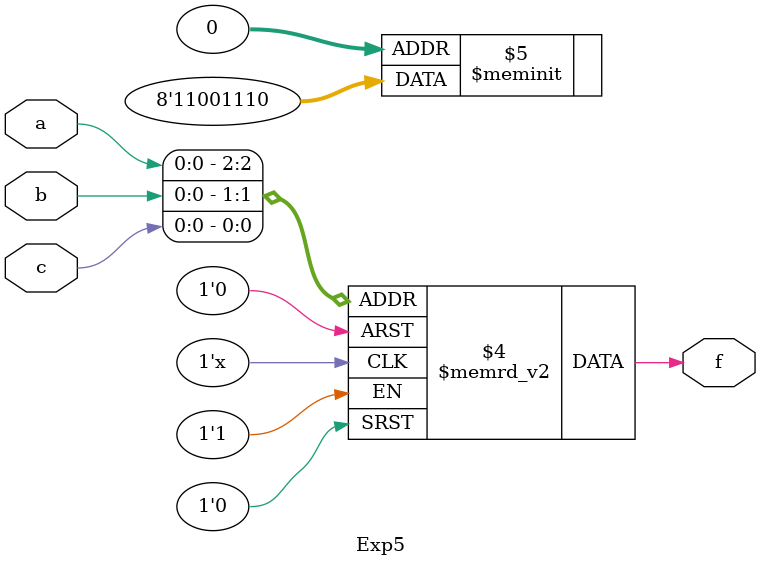
<source format=v>
module stimcret;
  reg a, b, c;
  wire f;
  Exp5 cwd(f, a, b, c);
  initial
   begin
      a = 1'b0;  b = 1'b0;  c = 1'b0;
    #80
      a = 1'b0;  b = 1'b0;  c = 1'b1;
    #80
      a = 1'b0;  b = 1'b1;  c = 1'b1;
    #80
      a = 1'b0;  b = 1'b1;  c = 1'b1;
    #80
      a = 1'b1;  b = 1'b0;  c = 1'b0;
    #80
      a = 1'b1;  b = 1'b0;  c = 1'b0;
    #80
      a = 1'b1;  b = 1'b1;  c = 1'b1;
    #80
      a = 1'b1;  b = 1'b1;  c = 1'b1;
    #80
    $finish;
  end
endmodule


module Exp5(f, a, b, c);
       input a, b, c;
       output f;
       reg f;
       always @ (a or b or c)
         case({a, b, c})
           3'b000:f = 1'b0;
           3'b001:f = 1'b1;
           3'b010:f = 1'b1;
           3'b011:f = 1'b1;
           3'b100:f = 1'b0;
           3'b101:f = 1'b0;
           3'b110:f = 1'b1;
           3'b111:f = 1'b1;     
         endcase                                                                                                            
endmodule


</source>
